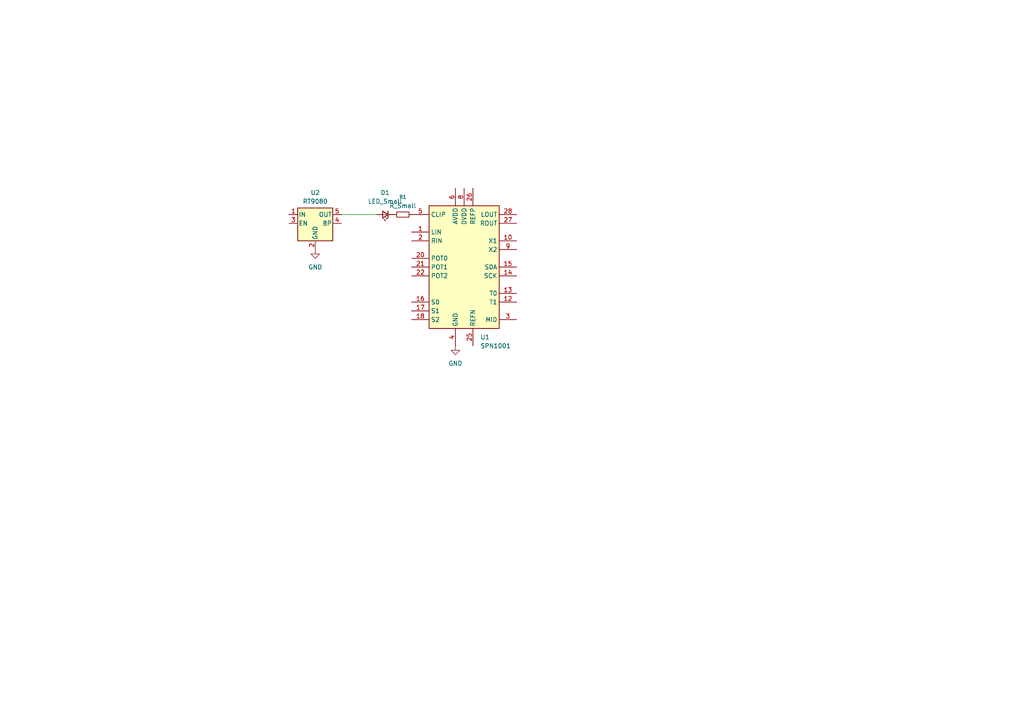
<source format=kicad_sch>
(kicad_sch (version 20250114) (generator "eeschema") (generator_version "9.0")
  (paper "A4")
  (lib_symbols
    (symbol "Audio:SPN1001"
      (property "Reference" "U" (at -8.89 19.05 0))
      (property "Value" "SPN1001" (at 7.62 19.05 0))
      (symbol "SPN1001_0_1"
        (rectangle (start -10.16 17.78) (end 10.16 -17.78) (stroke (width 0.254)) (fill (type background)))
      )
      (symbol "SPN1001_1_1"
        (pin power_out line (at -15.24 15.24 0) (length 5.08) (name "CLIP") (number "5"))
        (pin input line (at -15.24 10.16 0) (length 5.08) (name "LIN") (number "1"))
        (pin input line (at -15.24 7.62 0) (length 5.08) (name "RIN") (number "2"))
        (pin input line (at -15.24 2.54 0) (length 5.08) (name "POT0") (number "20"))
        (pin input line (at -15.24 0 0) (length 5.08) (name "POT1") (number "21"))
        (pin input line (at -15.24 -2.54 0) (length 5.08) (name "POT2") (number "22"))
        (pin input line (at -15.24 -10.16 0) (length 5.08) (name "S0") (number "16"))
        (pin input line (at -15.24 -12.7 0) (length 5.08) (name "S1") (number "17"))
        (pin input line (at -15.24 -15.24 0) (length 5.08) (name "S2") (number "18"))
        (pin power_in line (at -2.54 22.86 270) (length 5.08) (name "AVDD") (number "6"))
        (pin passive line (at -2.54 -22.86 90) (length 5.08) (hide yes) (name "GND") (number "11"))
        (pin passive line (at -2.54 -22.86 90) (length 5.08) (hide yes) (name "GND") (number "19"))
        (pin passive line (at -2.54 -22.86 90) (length 5.08) (hide yes) (name "GND") (number "24"))
        (pin power_in line (at -2.54 -22.86 90) (length 5.08) (name "GND") (number "4"))
        (pin passive line (at -2.54 -22.86 90) (length 5.08) (hide yes) (name "GND") (number "7"))
        (pin passive line (at 0 22.86 270) (length 5.08) (hide yes) (name "DVDD") (number "23"))
        (pin power_in line (at 0 22.86 270) (length 5.08) (name "DVDD") (number "8"))
        (pin input line (at 2.54 22.86 270) (length 5.08) (name "REFP") (number "26"))
        (pin input line (at 2.54 -22.86 90) (length 5.08) (name "REFN") (number "25"))
        (pin output line (at 15.24 15.24 180) (length 5.08) (name "LOUT") (number "28"))
        (pin output line (at 15.24 12.7 180) (length 5.08) (name "ROUT") (number "27"))
        (pin input line (at 15.24 7.62 180) (length 5.08) (name "X1") (number "10"))
        (pin input line (at 15.24 5.08 180) (length 5.08) (name "X2") (number "9"))
        (pin bidirectional line (at 15.24 0 180) (length 5.08) (name "SDA") (number "15"))
        (pin bidirectional line (at 15.24 -2.54 180) (length 5.08) (name "SCK") (number "14"))
        (pin input line (at 15.24 -7.62 180) (length 5.08) (name "T0") (number "13"))
        (pin input line (at 15.24 -10.16 180) (length 5.08) (name "T1") (number "12"))
        (pin power_out line (at 15.24 -15.24 180) (length 5.08) (name "MID") (number "3"))
      )
    )
    (symbol "Device:LED_Small" (pin_numbers (hide yes)) (pin_names (offset 0.254) (hide yes))
      (property "Reference" "D" (at -1.27 3.175 0))
      (property "Value" "LED_Small" (at -4.445 -2.54 0))
      (symbol "LED_Small_0_1"
        (polyline (pts (xy -0.762 -1.016) (xy -0.762 1.016)) (stroke (width 0.254)))
        (polyline (pts (xy 0 0.762) (xy -0.508 1.27) (xy -0.254 1.27) (xy -0.508 1.27) (xy -0.508 1.016)))
        (polyline (pts (xy 0.508 1.27) (xy 0 1.778) (xy 0.254 1.778) (xy 0 1.778) (xy 0 1.524)))
        (polyline (pts (xy 0.762 -1.016) (xy -0.762 0) (xy 0.762 1.016) (xy 0.762 -1.016)) (stroke (width 0.254)))
        (polyline (pts (xy 1.016 0) (xy -0.762 0)))
      )
      (symbol "LED_Small_1_1"
        (pin passive line (at -2.54 0 0) (length 1.778) (name "K") (number "1"))
        (pin passive line (at 2.54 0 180) (length 1.778) (name "A") (number "2"))
      )
    )
    (symbol "Device:R_Small" (pin_numbers (hide yes)) (pin_names (offset 0.254) (hide yes))
      (property "Reference" "R" (at 0 0 90))
      (property "Value" "R_Small" (at 1.778 0 90))
      (symbol "R_Small_0_1"
        (rectangle (start -0.762 1.778) (end 0.762 -1.778) (stroke (width 0.2032)))
      )
      (symbol "R_Small_1_1"
        (pin passive line (at 0 2.54 270) (length 0.762) (name "~") (number "1"))
        (pin passive line (at 0 -2.54 90) (length 0.762) (name "~") (number "2"))
      )
    )
    (symbol "Regulator_Linear:AP131-33" (pin_names (offset 0.254))
      (property "Reference" "U" (at -3.81 5.715 0))
      (property "Value" "AP131-33" (at 0 5.715 0))
      (symbol "AP131-33_0_1"
        (rectangle (start -5.08 4.445) (end 5.08 -5.08) (stroke (width 0.254)) (fill (type background)))
      )
      (symbol "AP131-33_1_1"
        (pin power_in line (at -7.62 2.54 0) (length 2.54) (name "IN") (number "1"))
        (pin input line (at -7.62 0 0) (length 2.54) (name "EN") (number "3"))
        (pin power_in line (at 0 -7.62 90) (length 2.54) (name "GND") (number "2"))
        (pin power_out line (at 7.62 2.54 180) (length 2.54) (name "OUT") (number "5"))
        (pin input line (at 7.62 0 180) (length 2.54) (name "BP") (number "4"))
      )
    )
    (symbol "power:GND" (power) (pin_numbers (hide yes)) (pin_names (offset 0) (hide yes))
      (property "Value" "GND" (at 0 -3.81 0))
      (symbol "GND_0_1"
        (polyline (pts (xy 0 0) (xy 0 -1.27) (xy 1.27 -1.27) (xy 0 -2.54) (xy -1.27 -1.27) (xy 0 -1.27)))
      )
      (symbol "GND_1_1"
        (pin power_in line (at 0 0 270) (length 0) (name "~") (number "1"))
      )
    )
  )
  (wire (pts (xy 99.06 62.23) (xy 109.22 62.23)))
  (symbol (lib_id "Device:LED_Small") (at 111.76 62.23 180) (unit 1)
    (property "Reference" "D1" (at 111.6965 55.88 0))
    (property "Value" "LED_Small" (at 111.6965 58.42 0))
    (property "Description" "Light emitting diode, small symbol" (effects (hide yes)))
    (property "Sim.Pin" "1=K 2=A" (effects (hide yes)))
  )
  (symbol (lib_id "Regulator_Linear:AP131-33") (at 91.44 64.77 0) (unit 1)
    (property "Reference" "U2" (at 91.44 55.88 0))
    (property "Value" "RT9080" (at 91.44 58.42 0))
    (property "Footprint" "Package_TO_SOT_SMD:SOT-23-5" (effects (hide yes)))
    (property "Datasheet" "http://www.diodes.com/_files/datasheets/AP131.pdf" (effects (hide yes)))
    (property "Description" "300mA low dropout linear regulator, shutdown pin, 3.3V fixed positive output, SOT-23-5" (effects (hide yes)))
  )
  (symbol (lib_id "Device:R_Small") (at 116.84 62.23 90) (unit 1)
    (property "Reference" "R1" (at 116.84 57.15 90) (effects (font (size 1.016 1.016))))
    (property "Value" "R_Small" (at 116.84 59.69 90))
    (property "Description" "Resistor, small symbol" (effects (hide yes)))
  )
  (symbol (lib_id "power:GND") (at 91.44 72.39 0) (unit 1)
    (property "Reference" "#PWR01" (effects (hide yes)))
    (property "Value" "GND" (at 91.44 77.47 0))
    (property "Description" "Power symbol creates a global label with name \"GND\" , ground" (effects (hide yes)))
  )
  (symbol (lib_id "Audio:SPN1001") (at 134.62 77.47 0) (unit 1)
    (property "Reference" "U1" (at 139.3033 97.79 0) (effects (justify left)))
    (property "Value" "SPN1001" (at 139.3033 100.33 0) (effects (justify left)))
    (property "Footprint" "Package_SO:SOIC-28W_7.5x17.9mm_P1.27mm" (effects (hide yes)))
    (property "Datasheet" "http://www.spinsemi.com/Products/datasheets/spn1001/FV-1.pdf" (effects (hide yes)))
    (property "Description" "Spin Semiconductor FV-1 Reverb IC, SOIC-28W" (effects (hide yes)))
  )
  (symbol (lib_id "power:GND") (at 132.08 100.33 0) (unit 1)
    (property "Reference" "#PWR02" (effects (hide yes)))
    (property "Value" "GND" (at 132.08 105.41 0))
    (property "Description" "Power symbol creates a global label with name \"GND\" , ground" (effects (hide yes)))
  )
)
</source>
